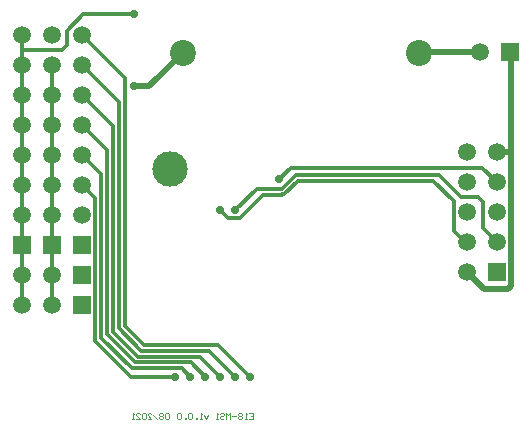
<source format=gbl>
G04*
G04 #@! TF.GenerationSoftware,Altium Limited,Altium Designer,21.6.1 (37)*
G04*
G04 Layer_Physical_Order=2*
G04 Layer_Color=16711680*
%FSLAX24Y24*%
%MOIN*%
G70*
G04*
G04 #@! TF.SameCoordinates,F7370176-FC0D-4E3A-AC5E-E6B851427DC4*
G04*
G04*
G04 #@! TF.FilePolarity,Positive*
G04*
G01*
G75*
%ADD12C,0.0039*%
%ADD34C,0.0197*%
%ADD35C,0.0118*%
%ADD36C,0.0591*%
%ADD37R,0.0591X0.0591*%
%ADD38C,0.0866*%
%ADD39R,0.0591X0.0591*%
%ADD40C,0.1181*%
%ADD41C,0.0276*%
D12*
X8271Y315D02*
X8402D01*
Y118D01*
X8271D01*
X8402Y216D02*
X8337D01*
X8206Y118D02*
X8140D01*
X8173D01*
Y315D01*
X8206Y282D01*
X8042D02*
X8009Y315D01*
X7943D01*
X7910Y282D01*
Y249D01*
X7943Y216D01*
X7910Y184D01*
Y151D01*
X7943Y118D01*
X8009D01*
X8042Y151D01*
Y184D01*
X8009Y216D01*
X8042Y249D01*
Y282D01*
X8009Y216D02*
X7943D01*
X7845D02*
X7714D01*
X7648Y118D02*
Y315D01*
X7582Y249D01*
X7517Y315D01*
Y118D01*
X7320Y282D02*
X7353Y315D01*
X7418D01*
X7451Y282D01*
Y249D01*
X7418Y216D01*
X7353D01*
X7320Y184D01*
Y151D01*
X7353Y118D01*
X7418D01*
X7451Y151D01*
X7254Y118D02*
X7189D01*
X7222D01*
Y315D01*
X7254Y282D01*
X6894Y249D02*
X6828Y118D01*
X6763Y249D01*
X6697Y118D02*
X6631D01*
X6664D01*
Y315D01*
X6697Y282D01*
X6533Y118D02*
Y151D01*
X6500D01*
Y118D01*
X6533D01*
X6369Y282D02*
X6336Y315D01*
X6271D01*
X6238Y282D01*
Y151D01*
X6271Y118D01*
X6336D01*
X6369Y151D01*
Y282D01*
X6172Y118D02*
Y151D01*
X6139D01*
Y118D01*
X6172D01*
X6008Y282D02*
X5975Y315D01*
X5910D01*
X5877Y282D01*
Y151D01*
X5910Y118D01*
X5975D01*
X6008Y151D01*
Y282D01*
X5615D02*
X5582Y315D01*
X5516D01*
X5483Y282D01*
Y151D01*
X5516Y118D01*
X5582D01*
X5615Y151D01*
Y282D01*
X5418D02*
X5385Y315D01*
X5319D01*
X5287Y282D01*
Y249D01*
X5319Y216D01*
X5287Y184D01*
Y151D01*
X5319Y118D01*
X5385D01*
X5418Y151D01*
Y184D01*
X5385Y216D01*
X5418Y249D01*
Y282D01*
X5385Y216D02*
X5319D01*
X5221Y118D02*
X5090Y249D01*
X4893Y118D02*
X5024D01*
X4893Y249D01*
Y282D01*
X4926Y315D01*
X4991D01*
X5024Y282D01*
X4827D02*
X4795Y315D01*
X4729D01*
X4696Y282D01*
Y151D01*
X4729Y118D01*
X4795D01*
X4827Y151D01*
Y282D01*
X4499Y118D02*
X4631D01*
X4499Y249D01*
Y282D01*
X4532Y315D01*
X4598D01*
X4631Y282D01*
X4434Y118D02*
X4368D01*
X4401D01*
Y315D01*
X4434Y282D01*
D34*
X13957Y12343D02*
X15965D01*
X17008Y4564D02*
Y9008D01*
X16110Y4449D02*
X16893D01*
X17008Y4564D01*
X15551Y5008D02*
X16110Y4449D01*
X4957Y11217D02*
X6063Y12323D01*
X4453Y11217D02*
X4957D01*
X16551Y9008D02*
X17008D01*
Y12339D01*
X16984Y12362D02*
X17008Y12339D01*
D35*
X15098Y6398D02*
X15488Y6008D01*
X8740Y7598D02*
X9370D01*
X15098Y6398D02*
Y7382D01*
X9898Y8071D02*
X14409D01*
X15098Y7382D01*
X9370Y7598D02*
X9389Y7617D01*
X9444D01*
X9898Y8071D01*
X8528Y7795D02*
X9370D01*
X16082Y6477D02*
X16551Y6008D01*
X9370Y7795D02*
X9843Y8268D01*
X14606D01*
X15354Y7520D01*
X15906D01*
X16082Y6477D02*
Y7343D01*
X15906Y7520D02*
X16082Y7343D01*
X9291Y8110D02*
X9685Y8504D01*
X16055D01*
X16551Y8008D01*
X693Y12437D02*
Y12937D01*
Y11937D02*
Y12437D01*
X2756Y13622D02*
X4449D01*
X2205Y13071D02*
X2756Y13622D01*
X2205Y12598D02*
Y13071D01*
X2043Y12437D02*
X2205Y12598D01*
X693Y12437D02*
X2043D01*
X7319Y7087D02*
X7576Y6830D01*
X7972D01*
X8740Y7598D01*
X15488Y6008D02*
X15551D01*
X7819Y7087D02*
X8528Y7795D01*
X693Y9937D02*
Y10937D01*
Y6937D02*
Y7937D01*
Y8937D01*
Y3937D02*
Y4937D01*
Y8937D02*
Y9937D01*
Y10937D02*
Y11937D01*
Y4937D02*
Y5937D01*
Y6937D01*
X1693Y7937D02*
Y8937D01*
Y4937D02*
Y5937D01*
Y8937D02*
Y9937D01*
Y6937D02*
Y7937D01*
Y9937D02*
Y10937D01*
Y5937D02*
Y6937D01*
Y10937D02*
Y11937D01*
Y3937D02*
Y4937D01*
X4134Y3228D02*
Y11496D01*
X4764Y2598D02*
X7256D01*
X4134Y3228D02*
X4764Y2598D01*
X3937Y3150D02*
Y10693D01*
X4685Y2402D02*
X6953D01*
X3937Y3150D02*
X4685Y2402D01*
X4571Y2205D02*
X6650D01*
X3740Y3035D02*
Y9890D01*
Y3035D02*
X4571Y2205D01*
X3543Y2953D02*
X4488Y2008D01*
X3543Y2953D02*
Y9087D01*
X4488Y2008D02*
X6346D01*
X3346Y2835D02*
X4370Y1811D01*
X6043D01*
X3346Y2835D02*
Y8283D01*
X4331Y1535D02*
X5819D01*
X3150Y2717D02*
Y7480D01*
Y2717D02*
X4331Y1535D01*
X2693Y12937D02*
X4134Y11496D01*
X2693Y11937D02*
X3937Y10693D01*
X2693Y10937D02*
X3740Y9890D01*
X2693Y9937D02*
X3543Y9087D01*
X2693Y8937D02*
X3346Y8283D01*
X7256Y2598D02*
X8319Y1535D01*
X6953Y2402D02*
X7819Y1535D01*
X6650Y2205D02*
X7319Y1535D01*
X6346Y2008D02*
X6819Y1535D01*
X6043Y1811D02*
X6319Y1535D01*
X2693Y7937D02*
X3150Y7480D01*
D36*
X15551Y9008D02*
D03*
X16551D02*
D03*
X15551Y8008D02*
D03*
X16551D02*
D03*
X15551Y7008D02*
D03*
X16551D02*
D03*
X15551Y6008D02*
D03*
X16551D02*
D03*
X15551Y5008D02*
D03*
X1693Y12937D02*
D03*
Y11937D02*
D03*
Y10937D02*
D03*
Y9937D02*
D03*
Y8937D02*
D03*
Y7937D02*
D03*
Y6937D02*
D03*
X2693Y12937D02*
D03*
Y11937D02*
D03*
Y10937D02*
D03*
Y9937D02*
D03*
Y8937D02*
D03*
Y7937D02*
D03*
Y6937D02*
D03*
X693Y12937D02*
D03*
Y11937D02*
D03*
Y10937D02*
D03*
Y9937D02*
D03*
Y8937D02*
D03*
Y7937D02*
D03*
Y6937D02*
D03*
X1693Y4937D02*
D03*
X693D02*
D03*
X1693Y3937D02*
D03*
X693D02*
D03*
X15984Y12362D02*
D03*
D37*
X16551Y5008D02*
D03*
X1693Y5937D02*
D03*
X2693D02*
D03*
X693D02*
D03*
D38*
X13937Y12323D02*
D03*
X6063D02*
D03*
D39*
X2693Y4937D02*
D03*
Y3937D02*
D03*
X16984Y12362D02*
D03*
D40*
X5630Y8465D02*
D03*
D41*
X4449Y13622D02*
D03*
X4453Y11217D02*
D03*
X9291Y8110D02*
D03*
X7319Y7087D02*
D03*
X7819D02*
D03*
X8319Y1535D02*
D03*
X7819D02*
D03*
X7319D02*
D03*
X6819D02*
D03*
X6319D02*
D03*
X5819D02*
D03*
M02*

</source>
